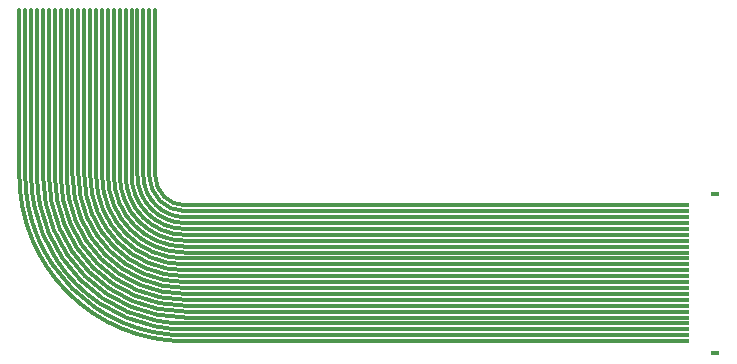
<source format=gtl>
G04*
G04 #@! TF.GenerationSoftware,Altium Limited,Altium Designer,22.3.1 (43)*
G04*
G04 Layer_Physical_Order=1*
G04 Layer_Color=255*
%FSLAX25Y25*%
%MOIN*%
G70*
G04*
G04 #@! TF.SameCoordinates,92B69D45-59D0-419F-891E-8DCF12F20353*
G04*
G04*
G04 #@! TF.FilePolarity,Positive*
G04*
G01*
G75*
%ADD14R,0.03150X0.01575*%
%ADD15R,0.03150X0.01181*%
%ADD19C,0.01181*%
D14*
X233858Y55118D02*
D03*
Y1969D02*
D03*
D15*
X224016Y45276D02*
D03*
Y43307D02*
D03*
Y35433D02*
D03*
Y25591D02*
D03*
Y23622D02*
D03*
Y21654D02*
D03*
Y19685D02*
D03*
Y17717D02*
D03*
Y15748D02*
D03*
Y13780D02*
D03*
Y11811D02*
D03*
Y9843D02*
D03*
Y7874D02*
D03*
Y5906D02*
D03*
Y27559D02*
D03*
Y29528D02*
D03*
Y31496D02*
D03*
Y33465D02*
D03*
Y37402D02*
D03*
Y39370D02*
D03*
Y41339D02*
D03*
Y47244D02*
D03*
Y49213D02*
D03*
Y51181D02*
D03*
D19*
X45276Y61181D02*
G03*
X57244Y49213I11969J0D01*
G01*
X43307Y61181D02*
G03*
X57244Y47244I13937J0D01*
G01*
X37402Y61181D02*
G03*
X57244Y41339I19842J0D01*
G01*
X35433Y61181D02*
G03*
X57244Y39370I21811J0D01*
G01*
X33465Y61181D02*
G03*
X57244Y37402I23779J0D01*
G01*
X31496Y61181D02*
G03*
X57244Y35433I25748J0D01*
G01*
X29528Y61181D02*
G03*
X57244Y33465I27716J0D01*
G01*
X27559Y61181D02*
G03*
X57244Y31496I29685J0D01*
G01*
X25591Y61181D02*
G03*
X57244Y29528I31653J0D01*
G01*
X21654Y61181D02*
G03*
X57244Y25591I35590J0D01*
G01*
X41339Y61181D02*
G03*
X57244Y45276I15905J0D01*
G01*
X9842Y61181D02*
G03*
X57244Y13779I47401J0D01*
G01*
X11811Y61181D02*
G03*
X57244Y15748I45433J0D01*
G01*
X7874Y61181D02*
G03*
X57244Y11811I49370J0D01*
G01*
X13779Y61181D02*
G03*
X57244Y17716I43464J0D01*
G01*
X5905Y61181D02*
G03*
X57244Y9842I51338J0D01*
G01*
X3937Y61181D02*
G03*
X57244Y7874I53307J0D01*
G01*
X15748Y61181D02*
G03*
X57244Y19685I41496J0D01*
G01*
X19685Y61181D02*
G03*
X57244Y23622I37559J0D01*
G01*
X17716Y61181D02*
G03*
X57244Y21653I39527J0D01*
G01*
X39370Y61181D02*
G03*
X57244Y43307I17874J0D01*
G01*
X47244Y61181D02*
G03*
X57244Y51181I10000J0D01*
G01*
X1968Y61181D02*
G03*
X57244Y5905I55275J0D01*
G01*
X23622Y61181D02*
G03*
X57244Y27559I33622J0D01*
G01*
X76772Y51181D02*
X208661D01*
X76772Y49213D02*
X208661D01*
X76772Y47244D02*
X208661D01*
X76772Y23622D02*
X208662D01*
X76772Y21653D02*
X208661D01*
X57244Y31496D02*
X76772D01*
X57244Y29528D02*
X76772D01*
X57244Y9842D02*
X76772D01*
X57244Y11811D02*
X76772D01*
X57244Y13779D02*
X76772D01*
X57244Y15748D02*
X76772D01*
X57244Y17716D02*
X76772D01*
X57244Y23622D02*
X76772D01*
X57244Y25591D02*
X76772D01*
X57244Y27559D02*
X76772D01*
X57244Y21653D02*
X76772D01*
X57244Y19685D02*
X76772D01*
X57244Y7874D02*
X76772D01*
X43307Y61181D02*
Y116142D01*
X45276Y61181D02*
Y116142D01*
X41339Y61181D02*
Y116142D01*
X39370Y61181D02*
Y116142D01*
X7874Y61181D02*
Y116142D01*
X5905Y61181D02*
Y116142D01*
X9842Y61181D02*
Y116142D01*
X23622Y61181D02*
Y116142D01*
X21654Y61181D02*
Y116142D01*
X1968Y61181D02*
Y116142D01*
X47244Y61181D02*
Y116142D01*
X19685Y61181D02*
Y116142D01*
X17716Y61181D02*
Y116142D01*
X3937Y61181D02*
Y116142D01*
X33465Y61181D02*
Y116142D01*
X31496Y61181D02*
Y116142D01*
X29528Y61181D02*
Y116142D01*
X27559Y61181D02*
Y116142D01*
X25591Y61181D02*
Y116142D01*
X35433Y61181D02*
Y116142D01*
X11811Y61181D02*
Y116142D01*
X15748Y61181D02*
Y116142D01*
X13779Y61181D02*
Y116142D01*
X37402Y61181D02*
Y116142D01*
X76772Y45276D02*
X208661D01*
X76772Y41339D02*
X208661D01*
X76772Y43307D02*
X208661D01*
X57244Y37402D02*
X76772D01*
X57244Y35433D02*
X76772D01*
X57244Y33465D02*
X76772D01*
X57244Y39370D02*
X76772D01*
X57244Y41339D02*
X76772D01*
X57244Y51181D02*
X76772D01*
X57244Y47244D02*
X76772D01*
X57244Y49213D02*
X76772D01*
X57244Y45276D02*
X76772D01*
X57244Y43307D02*
X76772D01*
Y11811D02*
X208662D01*
X76772Y9842D02*
X208661D01*
X76772Y7874D02*
X208662D01*
X76772Y5905D02*
X208661D01*
X76772Y35433D02*
X208661D01*
X76772Y33465D02*
X208662D01*
X76772Y31496D02*
X208661D01*
X76772Y29528D02*
X208662D01*
X76772Y37402D02*
X208662D01*
X76772Y27559D02*
X208661D01*
X76772Y25591D02*
X208662D01*
X76772Y39370D02*
X208661D01*
X57244Y5905D02*
X76772D01*
Y15748D02*
X208662D01*
X76772Y17716D02*
X208661D01*
X76772Y19685D02*
X208662D01*
X76772Y13779D02*
X208661D01*
X208662Y7874D02*
X223228D01*
X208661Y5905D02*
X223228D01*
X208661Y7874D02*
X208662D01*
X208661Y9842D02*
X223228D01*
Y5905D02*
Y5906D01*
Y27559D02*
Y27559D01*
X208661Y11811D02*
X208662D01*
X208661Y29528D02*
X208662Y29528D01*
X208661Y31496D02*
X223228D01*
X208662Y29528D02*
X223228D01*
X208661Y13779D02*
X223228D01*
X208662Y11811D02*
X223228D01*
Y47244D02*
Y47244D01*
X208661Y51181D02*
X223228D01*
X208661Y49213D02*
X223228D01*
X208661Y47244D02*
X223228D01*
X208661Y45276D02*
X223228D01*
X208661Y43307D02*
X223228D01*
X208661Y41339D02*
X223228D01*
X208661Y39370D02*
X223228D01*
X208662Y37402D02*
X223228D01*
X208661Y35433D02*
X223228D01*
X208662Y33465D02*
X223228D01*
Y39370D02*
Y39370D01*
Y35433D02*
Y35433D01*
Y31496D02*
Y31496D01*
Y17716D02*
Y17717D01*
Y21653D02*
Y21654D01*
Y13779D02*
Y13780D01*
Y9842D02*
Y9843D01*
X208661Y15748D02*
X208662D01*
X208662Y23622D02*
X223228D01*
X208662Y25591D02*
X223228D01*
X208661Y27559D02*
X223228D01*
X208661Y23622D02*
X208662Y23622D01*
X208662Y19685D02*
X223228D01*
X208661Y17716D02*
X223228D01*
X208661Y25591D02*
X208662Y25591D01*
X208661Y21653D02*
X223228D01*
X208662Y15748D02*
X223228D01*
X208661Y33465D02*
X208662Y33465D01*
X208661Y51181D02*
Y51181D01*
Y19685D02*
X208662D01*
X208661Y49213D02*
Y49213D01*
Y41339D02*
Y41339D01*
Y37402D02*
X208662Y37402D01*
X208661Y43307D02*
Y43307D01*
M02*

</source>
